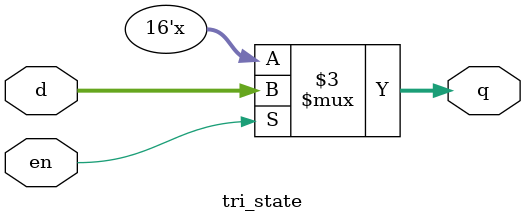
<source format=v>
`timescale 1ns/10ps
module tri_state (en, d, q);
    input en;
    input [15:0] d; 
    output reg [15:0] q;

    always @(en or d) 
    begin 
    if(en)
        q = d;
    else 
        q = 16'bzzzzzzzzzzzzzzzz;
    end
endmodule
</source>
